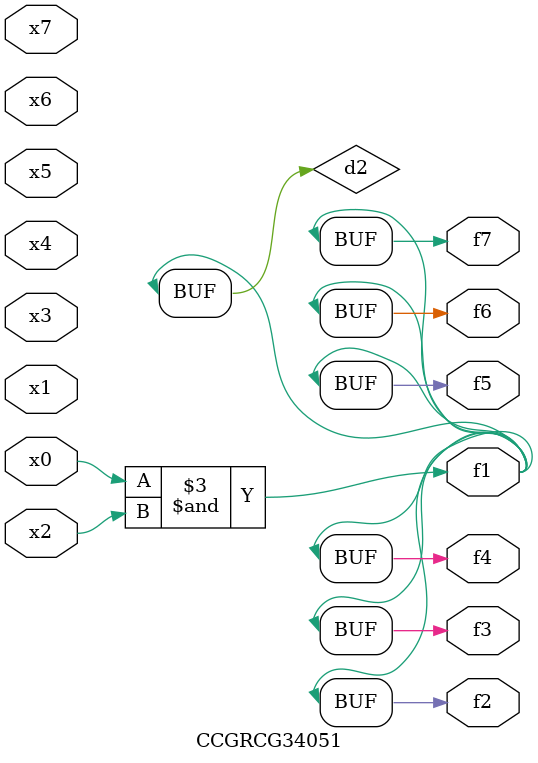
<source format=v>
module CCGRCG34051(
	input x0, x1, x2, x3, x4, x5, x6, x7,
	output f1, f2, f3, f4, f5, f6, f7
);

	wire d1, d2;

	nor (d1, x3, x6);
	and (d2, x0, x2);
	assign f1 = d2;
	assign f2 = d2;
	assign f3 = d2;
	assign f4 = d2;
	assign f5 = d2;
	assign f6 = d2;
	assign f7 = d2;
endmodule

</source>
